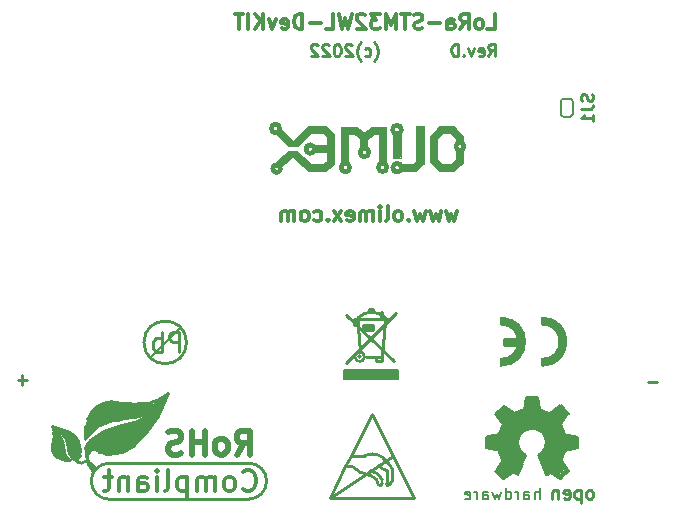
<source format=gbr>
G04 #@! TF.GenerationSoftware,KiCad,Pcbnew,5.1.0-rc2-unknown-036be7d~80~ubuntu16.04.1*
G04 #@! TF.CreationDate,2022-05-16T13:48:37+03:00*
G04 #@! TF.ProjectId,LoRa-STM32WL-DevKit_RevD,4c6f5261-2d53-4544-9d33-32574c2d4465,D*
G04 #@! TF.SameCoordinates,Original*
G04 #@! TF.FileFunction,Legend,Bot*
G04 #@! TF.FilePolarity,Positive*
%FSLAX46Y46*%
G04 Gerber Fmt 4.6, Leading zero omitted, Abs format (unit mm)*
G04 Created by KiCad (PCBNEW 5.1.0-rc2-unknown-036be7d~80~ubuntu16.04.1) date 2022-05-16 13:48:37*
%MOMM*%
%LPD*%
G04 APERTURE LIST*
%ADD10C,0.304800*%
%ADD11C,0.254000*%
%ADD12C,0.508000*%
%ADD13C,0.200000*%
%ADD14C,0.400000*%
%ADD15C,0.700000*%
%ADD16C,0.500000*%
%ADD17C,0.100000*%
%ADD18C,0.150000*%
%ADD19C,0.127000*%
%ADD20C,0.420000*%
%ADD21C,0.370000*%
%ADD22C,0.380000*%
%ADD23C,1.000000*%
%ADD24C,0.300000*%
%ADD25C,0.152400*%
%ADD26C,0.350000*%
%ADD27C,0.180000*%
G04 APERTURE END LIST*
D10*
X93732047Y-111487857D02*
X93490142Y-112334523D01*
X93248238Y-111729761D01*
X93006333Y-112334523D01*
X92764428Y-111487857D01*
X92401571Y-111487857D02*
X92159666Y-112334523D01*
X91917761Y-111729761D01*
X91675857Y-112334523D01*
X91433952Y-111487857D01*
X91071095Y-111487857D02*
X90829190Y-112334523D01*
X90587285Y-111729761D01*
X90345380Y-112334523D01*
X90103476Y-111487857D01*
X89619666Y-112213571D02*
X89559190Y-112274047D01*
X89619666Y-112334523D01*
X89680142Y-112274047D01*
X89619666Y-112213571D01*
X89619666Y-112334523D01*
X88833476Y-112334523D02*
X88954428Y-112274047D01*
X89014904Y-112213571D01*
X89075380Y-112092619D01*
X89075380Y-111729761D01*
X89014904Y-111608809D01*
X88954428Y-111548333D01*
X88833476Y-111487857D01*
X88652047Y-111487857D01*
X88531095Y-111548333D01*
X88470619Y-111608809D01*
X88410142Y-111729761D01*
X88410142Y-112092619D01*
X88470619Y-112213571D01*
X88531095Y-112274047D01*
X88652047Y-112334523D01*
X88833476Y-112334523D01*
X87684428Y-112334523D02*
X87805380Y-112274047D01*
X87865857Y-112153095D01*
X87865857Y-111064523D01*
X87200619Y-112334523D02*
X87200619Y-111487857D01*
X87200619Y-111064523D02*
X87261095Y-111125000D01*
X87200619Y-111185476D01*
X87140142Y-111125000D01*
X87200619Y-111064523D01*
X87200619Y-111185476D01*
X86595857Y-112334523D02*
X86595857Y-111487857D01*
X86595857Y-111608809D02*
X86535380Y-111548333D01*
X86414428Y-111487857D01*
X86233000Y-111487857D01*
X86112047Y-111548333D01*
X86051571Y-111669285D01*
X86051571Y-112334523D01*
X86051571Y-111669285D02*
X85991095Y-111548333D01*
X85870142Y-111487857D01*
X85688714Y-111487857D01*
X85567761Y-111548333D01*
X85507285Y-111669285D01*
X85507285Y-112334523D01*
X84418714Y-112274047D02*
X84539666Y-112334523D01*
X84781571Y-112334523D01*
X84902523Y-112274047D01*
X84963000Y-112153095D01*
X84963000Y-111669285D01*
X84902523Y-111548333D01*
X84781571Y-111487857D01*
X84539666Y-111487857D01*
X84418714Y-111548333D01*
X84358238Y-111669285D01*
X84358238Y-111790238D01*
X84963000Y-111911190D01*
X83934904Y-112334523D02*
X83269666Y-111487857D01*
X83934904Y-111487857D02*
X83269666Y-112334523D01*
X82785857Y-112213571D02*
X82725380Y-112274047D01*
X82785857Y-112334523D01*
X82846333Y-112274047D01*
X82785857Y-112213571D01*
X82785857Y-112334523D01*
X81636809Y-112274047D02*
X81757761Y-112334523D01*
X81999666Y-112334523D01*
X82120619Y-112274047D01*
X82181095Y-112213571D01*
X82241571Y-112092619D01*
X82241571Y-111729761D01*
X82181095Y-111608809D01*
X82120619Y-111548333D01*
X81999666Y-111487857D01*
X81757761Y-111487857D01*
X81636809Y-111548333D01*
X80911095Y-112334523D02*
X81032047Y-112274047D01*
X81092523Y-112213571D01*
X81153000Y-112092619D01*
X81153000Y-111729761D01*
X81092523Y-111608809D01*
X81032047Y-111548333D01*
X80911095Y-111487857D01*
X80729666Y-111487857D01*
X80608714Y-111548333D01*
X80548238Y-111608809D01*
X80487761Y-111729761D01*
X80487761Y-112092619D01*
X80548238Y-112213571D01*
X80608714Y-112274047D01*
X80729666Y-112334523D01*
X80911095Y-112334523D01*
X79943476Y-112334523D02*
X79943476Y-111487857D01*
X79943476Y-111608809D02*
X79883000Y-111548333D01*
X79762047Y-111487857D01*
X79580619Y-111487857D01*
X79459666Y-111548333D01*
X79399190Y-111669285D01*
X79399190Y-112334523D01*
X79399190Y-111669285D02*
X79338714Y-111548333D01*
X79217761Y-111487857D01*
X79036333Y-111487857D01*
X78915380Y-111548333D01*
X78854904Y-111669285D01*
X78854904Y-112334523D01*
D11*
X57283047Y-125802571D02*
X56508952Y-125802571D01*
X56896000Y-126189619D02*
X56896000Y-125415523D01*
X110623047Y-125929571D02*
X109848952Y-125929571D01*
X96380904Y-98376619D02*
X96719571Y-97892809D01*
X96961476Y-98376619D02*
X96961476Y-97360619D01*
X96574428Y-97360619D01*
X96477666Y-97409000D01*
X96429285Y-97457380D01*
X96380904Y-97554142D01*
X96380904Y-97699285D01*
X96429285Y-97796047D01*
X96477666Y-97844428D01*
X96574428Y-97892809D01*
X96961476Y-97892809D01*
X95558428Y-98328238D02*
X95655190Y-98376619D01*
X95848714Y-98376619D01*
X95945476Y-98328238D01*
X95993857Y-98231476D01*
X95993857Y-97844428D01*
X95945476Y-97747666D01*
X95848714Y-97699285D01*
X95655190Y-97699285D01*
X95558428Y-97747666D01*
X95510047Y-97844428D01*
X95510047Y-97941190D01*
X95993857Y-98037952D01*
X95171380Y-97699285D02*
X94929476Y-98376619D01*
X94687571Y-97699285D01*
X94300523Y-98279857D02*
X94252142Y-98328238D01*
X94300523Y-98376619D01*
X94348904Y-98328238D01*
X94300523Y-98279857D01*
X94300523Y-98376619D01*
X93816714Y-98376619D02*
X93816714Y-97360619D01*
X93574809Y-97360619D01*
X93429666Y-97409000D01*
X93332904Y-97505761D01*
X93284523Y-97602523D01*
X93236142Y-97796047D01*
X93236142Y-97941190D01*
X93284523Y-98134714D01*
X93332904Y-98231476D01*
X93429666Y-98328238D01*
X93574809Y-98376619D01*
X93816714Y-98376619D01*
X86716809Y-98763666D02*
X86765190Y-98715285D01*
X86861952Y-98570142D01*
X86910333Y-98473380D01*
X86958714Y-98328238D01*
X87007095Y-98086333D01*
X87007095Y-97892809D01*
X86958714Y-97650904D01*
X86910333Y-97505761D01*
X86861952Y-97409000D01*
X86765190Y-97263857D01*
X86716809Y-97215476D01*
X85894333Y-98328238D02*
X85991095Y-98376619D01*
X86184619Y-98376619D01*
X86281380Y-98328238D01*
X86329761Y-98279857D01*
X86378142Y-98183095D01*
X86378142Y-97892809D01*
X86329761Y-97796047D01*
X86281380Y-97747666D01*
X86184619Y-97699285D01*
X85991095Y-97699285D01*
X85894333Y-97747666D01*
X85555666Y-98763666D02*
X85507285Y-98715285D01*
X85410523Y-98570142D01*
X85362142Y-98473380D01*
X85313761Y-98328238D01*
X85265380Y-98086333D01*
X85265380Y-97892809D01*
X85313761Y-97650904D01*
X85362142Y-97505761D01*
X85410523Y-97409000D01*
X85507285Y-97263857D01*
X85555666Y-97215476D01*
X84829952Y-97457380D02*
X84781571Y-97409000D01*
X84684809Y-97360619D01*
X84442904Y-97360619D01*
X84346142Y-97409000D01*
X84297761Y-97457380D01*
X84249380Y-97554142D01*
X84249380Y-97650904D01*
X84297761Y-97796047D01*
X84878333Y-98376619D01*
X84249380Y-98376619D01*
X83620428Y-97360619D02*
X83523666Y-97360619D01*
X83426904Y-97409000D01*
X83378523Y-97457380D01*
X83330142Y-97554142D01*
X83281761Y-97747666D01*
X83281761Y-97989571D01*
X83330142Y-98183095D01*
X83378523Y-98279857D01*
X83426904Y-98328238D01*
X83523666Y-98376619D01*
X83620428Y-98376619D01*
X83717190Y-98328238D01*
X83765571Y-98279857D01*
X83813952Y-98183095D01*
X83862333Y-97989571D01*
X83862333Y-97747666D01*
X83813952Y-97554142D01*
X83765571Y-97457380D01*
X83717190Y-97409000D01*
X83620428Y-97360619D01*
X82894714Y-97457380D02*
X82846333Y-97409000D01*
X82749571Y-97360619D01*
X82507666Y-97360619D01*
X82410904Y-97409000D01*
X82362523Y-97457380D01*
X82314142Y-97554142D01*
X82314142Y-97650904D01*
X82362523Y-97796047D01*
X82943095Y-98376619D01*
X82314142Y-98376619D01*
X81927095Y-97457380D02*
X81878714Y-97409000D01*
X81781952Y-97360619D01*
X81540047Y-97360619D01*
X81443285Y-97409000D01*
X81394904Y-97457380D01*
X81346523Y-97554142D01*
X81346523Y-97650904D01*
X81394904Y-97796047D01*
X81975476Y-98376619D01*
X81346523Y-98376619D01*
D10*
X96290190Y-96078523D02*
X96894952Y-96078523D01*
X96894952Y-94808523D01*
X95685428Y-96078523D02*
X95806380Y-96018047D01*
X95866857Y-95957571D01*
X95927333Y-95836619D01*
X95927333Y-95473761D01*
X95866857Y-95352809D01*
X95806380Y-95292333D01*
X95685428Y-95231857D01*
X95504000Y-95231857D01*
X95383047Y-95292333D01*
X95322571Y-95352809D01*
X95262095Y-95473761D01*
X95262095Y-95836619D01*
X95322571Y-95957571D01*
X95383047Y-96018047D01*
X95504000Y-96078523D01*
X95685428Y-96078523D01*
X93992095Y-96078523D02*
X94415428Y-95473761D01*
X94717809Y-96078523D02*
X94717809Y-94808523D01*
X94234000Y-94808523D01*
X94113047Y-94869000D01*
X94052571Y-94929476D01*
X93992095Y-95050428D01*
X93992095Y-95231857D01*
X94052571Y-95352809D01*
X94113047Y-95413285D01*
X94234000Y-95473761D01*
X94717809Y-95473761D01*
X92903523Y-96078523D02*
X92903523Y-95413285D01*
X92964000Y-95292333D01*
X93084952Y-95231857D01*
X93326857Y-95231857D01*
X93447809Y-95292333D01*
X92903523Y-96018047D02*
X93024476Y-96078523D01*
X93326857Y-96078523D01*
X93447809Y-96018047D01*
X93508285Y-95897095D01*
X93508285Y-95776142D01*
X93447809Y-95655190D01*
X93326857Y-95594714D01*
X93024476Y-95594714D01*
X92903523Y-95534238D01*
X92298761Y-95594714D02*
X91331142Y-95594714D01*
X90786857Y-96018047D02*
X90605428Y-96078523D01*
X90303047Y-96078523D01*
X90182095Y-96018047D01*
X90121619Y-95957571D01*
X90061142Y-95836619D01*
X90061142Y-95715666D01*
X90121619Y-95594714D01*
X90182095Y-95534238D01*
X90303047Y-95473761D01*
X90544952Y-95413285D01*
X90665904Y-95352809D01*
X90726380Y-95292333D01*
X90786857Y-95171380D01*
X90786857Y-95050428D01*
X90726380Y-94929476D01*
X90665904Y-94869000D01*
X90544952Y-94808523D01*
X90242571Y-94808523D01*
X90061142Y-94869000D01*
X89698285Y-94808523D02*
X88972571Y-94808523D01*
X89335428Y-96078523D02*
X89335428Y-94808523D01*
X88549238Y-96078523D02*
X88549238Y-94808523D01*
X88125904Y-95715666D01*
X87702571Y-94808523D01*
X87702571Y-96078523D01*
X87218761Y-94808523D02*
X86432571Y-94808523D01*
X86855904Y-95292333D01*
X86674476Y-95292333D01*
X86553523Y-95352809D01*
X86493047Y-95413285D01*
X86432571Y-95534238D01*
X86432571Y-95836619D01*
X86493047Y-95957571D01*
X86553523Y-96018047D01*
X86674476Y-96078523D01*
X87037333Y-96078523D01*
X87158285Y-96018047D01*
X87218761Y-95957571D01*
X85948761Y-94929476D02*
X85888285Y-94869000D01*
X85767333Y-94808523D01*
X85464952Y-94808523D01*
X85344000Y-94869000D01*
X85283523Y-94929476D01*
X85223047Y-95050428D01*
X85223047Y-95171380D01*
X85283523Y-95352809D01*
X86009238Y-96078523D01*
X85223047Y-96078523D01*
X84799714Y-94808523D02*
X84497333Y-96078523D01*
X84255428Y-95171380D01*
X84013523Y-96078523D01*
X83711142Y-94808523D01*
X82622571Y-96078523D02*
X83227333Y-96078523D01*
X83227333Y-94808523D01*
X82199238Y-95594714D02*
X81231619Y-95594714D01*
X80626857Y-96078523D02*
X80626857Y-94808523D01*
X80324476Y-94808523D01*
X80143047Y-94869000D01*
X80022095Y-94989952D01*
X79961619Y-95110904D01*
X79901142Y-95352809D01*
X79901142Y-95534238D01*
X79961619Y-95776142D01*
X80022095Y-95897095D01*
X80143047Y-96018047D01*
X80324476Y-96078523D01*
X80626857Y-96078523D01*
X78873047Y-96018047D02*
X78994000Y-96078523D01*
X79235904Y-96078523D01*
X79356857Y-96018047D01*
X79417333Y-95897095D01*
X79417333Y-95413285D01*
X79356857Y-95292333D01*
X79235904Y-95231857D01*
X78994000Y-95231857D01*
X78873047Y-95292333D01*
X78812571Y-95413285D01*
X78812571Y-95534238D01*
X79417333Y-95655190D01*
X78389238Y-95231857D02*
X78086857Y-96078523D01*
X77784476Y-95231857D01*
X77300666Y-96078523D02*
X77300666Y-94808523D01*
X76574952Y-96078523D02*
X77119238Y-95352809D01*
X76574952Y-94808523D02*
X77300666Y-95534238D01*
X76030666Y-96078523D02*
X76030666Y-94808523D01*
X75607333Y-94808523D02*
X74881619Y-94808523D01*
X75244476Y-96078523D02*
X75244476Y-94808523D01*
D11*
X61721556Y-131850371D02*
G75*
G02X61468000Y-132461000I-865696J1511D01*
G01*
X60275020Y-130355180D02*
G75*
G02X60782200Y-131386580I-991420J-1127920D01*
G01*
X61192340Y-132491046D02*
G75*
G02X60782200Y-131394200I1118940J1043506D01*
G01*
X61469788Y-132589791D02*
G75*
G02X61165740Y-132463540I752J431051D01*
G01*
X60903340Y-132583613D02*
G75*
G02X60401200Y-131787900I709440J1003993D01*
G01*
X60021795Y-130449066D02*
G75*
G02X60375800Y-131439920I-1408755J-1061974D01*
G01*
X60554927Y-132589303D02*
G75*
G02X60355480Y-132565140I-1327J824263D01*
G01*
X60353497Y-132564453D02*
G75*
G02X59773820Y-132290820I205183J1185493D01*
G01*
X59749946Y-132268974D02*
G75*
G02X59436000Y-131511040I757934J757934D01*
G01*
X59436283Y-131511487D02*
G75*
G02X59507120Y-131142740I992857J447D01*
G01*
X59571148Y-130208136D02*
G75*
G02X59507120Y-131142740I-1478808J-368184D01*
G01*
X60873000Y-130229511D02*
G75*
G02X61595000Y-130873500I-601340J-1400909D01*
G01*
X61648794Y-130969321D02*
G75*
G02X61849000Y-131724400I-1323794J-755079D01*
G01*
X61850874Y-131724901D02*
G75*
G02X61765180Y-132168900I-1195674J501D01*
G01*
X61894720Y-132843612D02*
G75*
G02X61602620Y-132722620I0J413092D01*
G01*
X62252134Y-132693954D02*
G75*
G02X61894720Y-132842000I-357414J357414D01*
G01*
X62625258Y-132859710D02*
G75*
G02X62357000Y-132207000I653762J650170D01*
G01*
X62862978Y-133477280D02*
G75*
G02X62357000Y-132252720I1228842J1224560D01*
G01*
X66427379Y-128938186D02*
G75*
G02X65084960Y-129153920I-1812319J6992786D01*
G01*
X63303130Y-129727934D02*
G75*
G02X64566800Y-129227580I2134890J-3545866D01*
G01*
X62236641Y-130805765D02*
G75*
G02X63291720Y-129735580I3831299J-2722035D01*
G01*
X62356155Y-132080069D02*
G75*
G02X62476380Y-131142740I762845J378529D01*
G01*
X62647473Y-130954156D02*
G75*
G02X65201800Y-129684780I3654147J-4148444D01*
G01*
X67538541Y-128873778D02*
G75*
G02X65511680Y-129623820I-2631381J3997218D01*
G01*
X62804549Y-133165559D02*
G75*
G02X62357000Y-132080000I1086611J1083019D01*
G01*
X62230760Y-130428243D02*
G75*
G02X62290960Y-129750820I3049780J70363D01*
G01*
X62437736Y-129147585D02*
G75*
G02X64488060Y-127635000I2144304J-760715D01*
G01*
X68351952Y-127490522D02*
G75*
G02X66636900Y-127830580I-1268012J1900222D01*
G01*
X66325933Y-131414013D02*
G75*
G02X64460120Y-132080000I-1738813J1924813D01*
G01*
X68346464Y-128994447D02*
G75*
G02X66365120Y-131376420I-8344044J4925607D01*
G01*
X62633860Y-131803140D02*
G75*
G02X63352680Y-131805680I358140J-360680D01*
G01*
X63944500Y-132082066D02*
G75*
G02X63406020Y-131859020I0J761526D01*
G01*
X64262000Y-135890000D02*
G75*
G02X62738000Y-134366000I0J1524000D01*
G01*
X77597000Y-134366000D02*
G75*
G02X76073000Y-135890000I-1524000J0D01*
G01*
X76073000Y-132842000D02*
G75*
G02X77597000Y-134366000I0J-1524000D01*
G01*
X62738000Y-134366000D02*
G75*
G02X64262000Y-132842000I1524000J0D01*
G01*
X60706000Y-132461000D02*
X60198000Y-132461000D01*
X60579000Y-132334000D02*
X59944000Y-132334000D01*
X60452000Y-132207000D02*
X59817000Y-132207000D01*
X60452000Y-132080000D02*
X59690000Y-132080000D01*
X60401200Y-131953000D02*
X59563000Y-131953000D01*
X60325000Y-131826000D02*
X59563000Y-131826000D01*
X60325000Y-131699000D02*
X59563000Y-131699000D01*
X60325000Y-131572000D02*
X59563000Y-131572000D01*
X60325000Y-131445000D02*
X59563000Y-131445000D01*
X60325000Y-131318000D02*
X59563000Y-131318000D01*
X60325000Y-131191000D02*
X59563000Y-131191000D01*
X60325000Y-131064000D02*
X59690000Y-131064000D01*
X60198000Y-130937000D02*
X59690000Y-130937000D01*
X60198000Y-130810000D02*
X59690000Y-130810000D01*
X59817000Y-130302000D02*
X59817000Y-130810000D01*
X59944000Y-130302000D02*
X59944000Y-130810000D01*
X60071000Y-129921000D02*
X59563000Y-129921000D01*
X60198000Y-130048000D02*
X59563000Y-130048000D01*
X60452000Y-130175000D02*
X59690000Y-130175000D01*
X59944000Y-130302000D02*
X60833000Y-130302000D01*
X59817000Y-130302000D02*
X59944000Y-130302000D01*
X59690000Y-130302000D02*
X59817000Y-130302000D01*
X60452000Y-130429000D02*
X60960000Y-130429000D01*
X60579000Y-130556000D02*
X61214000Y-130556000D01*
X60579000Y-130683000D02*
X61341000Y-130683000D01*
X60706000Y-130810000D02*
X61468000Y-130810000D01*
X60706000Y-130937000D02*
X61595000Y-130937000D01*
X60833000Y-131064000D02*
X61595000Y-131064000D01*
X60833000Y-131191000D02*
X61595000Y-131191000D01*
X60833000Y-131318000D02*
X61722000Y-131318000D01*
X60833000Y-131445000D02*
X61722000Y-131445000D01*
X61595000Y-132207000D02*
X61087000Y-132207000D01*
X61595000Y-132080000D02*
X60960000Y-132080000D01*
X61722000Y-131953000D02*
X60960000Y-131953000D01*
X61722000Y-131826000D02*
X60960000Y-131826000D01*
X61595000Y-131699000D02*
X60960000Y-131699000D01*
X61087000Y-131572000D02*
X61087000Y-132080000D01*
X60833000Y-131572000D02*
X61341000Y-132461000D01*
X61087000Y-131572000D02*
X60833000Y-131572000D01*
X61468000Y-131572000D02*
X61087000Y-131572000D01*
X61595000Y-132207000D02*
X61595000Y-132334000D01*
X61595000Y-132080000D02*
X61595000Y-132207000D01*
X61595000Y-131699000D02*
X61595000Y-132080000D01*
X61595000Y-131572000D02*
X61595000Y-131699000D01*
X61468000Y-131572000D02*
X61468000Y-132207000D01*
X61595000Y-131572000D02*
X61468000Y-131572000D01*
X61722000Y-131572000D02*
X61595000Y-131572000D01*
X61722000Y-131826000D02*
X61722000Y-131572000D01*
X61722000Y-131848860D02*
X61722000Y-131826000D01*
X60782200Y-131394200D02*
X60782200Y-131386580D01*
X61165740Y-132463540D02*
X61193680Y-132491480D01*
D12*
X64516000Y-131064000D02*
X65786000Y-130810000D01*
X64135000Y-131191000D02*
X64516000Y-131064000D01*
X64008000Y-131064000D02*
X64135000Y-131191000D01*
X64008000Y-130937000D02*
X64008000Y-131064000D01*
X64516000Y-130683000D02*
X64008000Y-130937000D01*
X64770000Y-130683000D02*
X64516000Y-130683000D01*
X65786000Y-130429000D02*
X64770000Y-130683000D01*
X66294000Y-130429000D02*
X65786000Y-130429000D01*
X66421000Y-130556000D02*
X66294000Y-130429000D01*
X66294000Y-130683000D02*
X66421000Y-130556000D01*
X65659000Y-131191000D02*
X66294000Y-130683000D01*
X65151000Y-131318000D02*
X65659000Y-131191000D01*
X64770000Y-131445000D02*
X65151000Y-131318000D01*
X64135000Y-131445000D02*
X64770000Y-131445000D01*
X63754000Y-131318000D02*
X64135000Y-131445000D01*
X63500000Y-131318000D02*
X63754000Y-131318000D01*
X63373000Y-131064000D02*
X63500000Y-131318000D01*
X63500000Y-130937000D02*
X63373000Y-131064000D01*
X64135000Y-130429000D02*
X63500000Y-130937000D01*
X65151000Y-130175000D02*
X64135000Y-130429000D01*
X66294000Y-130048000D02*
X65151000Y-130175000D01*
X66421000Y-130048000D02*
X66294000Y-130048000D01*
X66548000Y-130175000D02*
X66421000Y-130048000D01*
X67310000Y-129540000D02*
X66548000Y-130175000D01*
X66675000Y-129540000D02*
X67437000Y-129159000D01*
X65938400Y-129794000D02*
X66675000Y-129540000D01*
X65328800Y-129794000D02*
X65938400Y-129794000D01*
X63931800Y-130276600D02*
X65328800Y-129794000D01*
X63246000Y-130683000D02*
X63931800Y-130276600D01*
X62738000Y-131191000D02*
X63246000Y-130683000D01*
X62484000Y-131699000D02*
X62738000Y-131191000D01*
X62738000Y-131445000D02*
X62484000Y-131699000D01*
X63119000Y-131318000D02*
X62738000Y-131445000D01*
X63881000Y-131826000D02*
X63119000Y-131318000D01*
X64770000Y-131826000D02*
X63881000Y-131826000D01*
X65659000Y-131572000D02*
X64770000Y-131826000D01*
X66167000Y-131191000D02*
X65659000Y-131572000D01*
X67056000Y-130302000D02*
X66167000Y-131191000D01*
X67310000Y-129921000D02*
X67056000Y-130302000D01*
X67691000Y-129413000D02*
X67310000Y-129921000D01*
X67820540Y-128905000D02*
X68199000Y-128018540D01*
X67820540Y-129286000D02*
X67820540Y-128905000D01*
X68199000Y-128778000D02*
X67820540Y-129286000D01*
X68326000Y-128270000D02*
X68199000Y-128778000D01*
X68834000Y-127381000D02*
X68326000Y-128270000D01*
X63246000Y-128905000D02*
X64897000Y-128905000D01*
X63373000Y-128524000D02*
X68326000Y-128447800D01*
X63373000Y-128778000D02*
X63373000Y-128524000D01*
X63373000Y-128270000D02*
X63373000Y-128524000D01*
X67945000Y-128270000D02*
X63373000Y-128270000D01*
X67437000Y-128397000D02*
X67945000Y-128270000D01*
X66167000Y-128778000D02*
X67437000Y-128397000D01*
X65024000Y-128905000D02*
X66167000Y-128778000D01*
X64897000Y-128905000D02*
X65024000Y-128905000D01*
X64389000Y-128905000D02*
X64897000Y-128905000D01*
X63754000Y-129286000D02*
X64389000Y-128905000D01*
X63373000Y-128778000D02*
X62992000Y-129286000D01*
X63627000Y-129286000D02*
X63373000Y-128778000D01*
X62992000Y-129667000D02*
X63627000Y-129286000D01*
X62484000Y-130302000D02*
X62992000Y-129667000D01*
X62611000Y-129286000D02*
X62484000Y-130302000D01*
X62865000Y-128778000D02*
X62611000Y-129286000D01*
X63373000Y-128270000D02*
X62865000Y-128778000D01*
X64008000Y-127889000D02*
X63373000Y-128270000D01*
X65659000Y-127889000D02*
X64008000Y-127889000D01*
X66675000Y-128018540D02*
X65659000Y-127889000D01*
X67820540Y-128018540D02*
X66675000Y-128018540D01*
D11*
X68834000Y-127381000D02*
X67820540Y-128018540D01*
X60375800Y-131396740D02*
X60401200Y-131787900D01*
X61455300Y-132588000D02*
X61468000Y-132588000D01*
X60553600Y-132588000D02*
X60909200Y-132588000D01*
X59750960Y-132267960D02*
X59773820Y-132290820D01*
X59436000Y-129667000D02*
X59570620Y-130205480D01*
X60452000Y-130048000D02*
X59436000Y-129667000D01*
X60873640Y-130228340D02*
X60452000Y-130048000D01*
X61648340Y-130967480D02*
X61595000Y-130873500D01*
X61468000Y-132588000D02*
X61765180Y-132168900D01*
X61602620Y-132722620D02*
X61468000Y-132588000D01*
X62357000Y-132588000D02*
X62252860Y-132694680D01*
X63119000Y-133350000D02*
X62628780Y-132859780D01*
X62357000Y-132252720D02*
X62357000Y-132207000D01*
X62992000Y-133477000D02*
X62484000Y-132715000D01*
X66433700Y-128938020D02*
X67820540Y-128524000D01*
X64566800Y-129227580D02*
X65084960Y-129153920D01*
X63291720Y-129735580D02*
X63299340Y-129730500D01*
X62232540Y-130810000D02*
X62235080Y-130807460D01*
X62646560Y-130954780D02*
X62476380Y-131142740D01*
X65511680Y-129623820D02*
X65201800Y-129684780D01*
X67820540Y-128524000D02*
X67538600Y-128871980D01*
X62992000Y-133350000D02*
X62806580Y-133164580D01*
X62334140Y-132034280D02*
X62357000Y-132080000D01*
X62232540Y-130429000D02*
X62232540Y-130810000D01*
X62438280Y-129151380D02*
X62290960Y-129750820D01*
X66636900Y-127830580D02*
X64488060Y-127635000D01*
X69215000Y-126873000D02*
X68353940Y-127492760D01*
X64460120Y-132080000D02*
X63944500Y-132080000D01*
X66365120Y-131376420D02*
X66329560Y-131411980D01*
X69215000Y-126873000D02*
X68348860Y-128988820D01*
X62633860Y-131805680D02*
X62357000Y-132080000D01*
X63406020Y-131859020D02*
X63352680Y-131805680D01*
X76073000Y-135890000D02*
X64262000Y-135890000D01*
X64262000Y-132842000D02*
X76073000Y-132842000D01*
X87884000Y-134493000D02*
G75*
G02X88011000Y-134620000I0J-127000D01*
G01*
X87757000Y-134556500D02*
G75*
G02X87820500Y-134493000I63500J0D01*
G01*
X87818071Y-134749545D02*
G75*
G02X87757000Y-134683500I2429J63505D01*
G01*
X88201500Y-134366000D02*
G75*
G02X87820500Y-134747000I-381000J0D01*
G01*
X88012048Y-132970575D02*
G75*
G02X88201500Y-133286500I-168688J-315925D01*
G01*
X88009549Y-132969142D02*
G75*
G02X87693500Y-132651500I478971J792622D01*
G01*
X87818935Y-133478845D02*
G75*
G02X87122000Y-133032500I153965J1007685D01*
G01*
X87375068Y-134239674D02*
G75*
G02X87376000Y-134556500I-316568J-159346D01*
G01*
X87375967Y-134556600D02*
G75*
G02X87249000Y-134683500I-190467J63600D01*
G01*
X86047275Y-133795493D02*
G75*
G02X86487000Y-133921500I-825195J-3709947D01*
G01*
X86486915Y-133922965D02*
G75*
G02X87058500Y-134683500I-284395J-808795D01*
G01*
X86424708Y-133478166D02*
G75*
G02X87376000Y-134239000I-285688J-1332334D01*
G01*
X85912461Y-133732576D02*
G75*
G02X85090000Y-133286500I147819J1253796D01*
G01*
X84581301Y-133096474D02*
G75*
G02X85090000Y-133286500I64199J-604046D01*
G01*
X86105915Y-132145114D02*
G75*
G02X85890100Y-132207000I-182795J230214D01*
G01*
X86106721Y-132143678D02*
G75*
G02X87693500Y-132651500I466639J-1274902D01*
G01*
X87820500Y-134493000D02*
X87884000Y-134493000D01*
X87820500Y-134493000D02*
X87820500Y-133477000D01*
X87757000Y-134683500D02*
X87757000Y-134556500D01*
X88201500Y-133286500D02*
X88201500Y-134366000D01*
X87249000Y-134683500D02*
X87096600Y-134683500D01*
X84264500Y-133096000D02*
X84582000Y-133096000D01*
X85890100Y-132207000D02*
X84709000Y-132207000D01*
X88265000Y-132270500D02*
X82931000Y-135763000D01*
X84709000Y-132207000D02*
X86487000Y-128651000D01*
X84264500Y-133096000D02*
X84709000Y-132207000D01*
X82931000Y-135763000D02*
X84264500Y-133096000D01*
X90043000Y-135763000D02*
X82931000Y-135763000D01*
X86487000Y-128651000D02*
X90043000Y-135763000D01*
X70814037Y-122615960D02*
G75*
G03X70814037Y-122615960I-1802237J0D01*
G01*
D13*
X67851020Y-123779280D02*
X70284340Y-121358660D01*
D14*
X94304747Y-106045000D02*
G75*
G03X94304747Y-106045000I-337447J0D01*
G01*
D15*
X93980000Y-105270300D02*
X93472000Y-104762300D01*
X92379800Y-104686100D02*
X91744800Y-105295700D01*
X91770200Y-107251500D02*
X92329000Y-107835700D01*
X90144600Y-107848400D02*
X90601800Y-107391200D01*
X89158800Y-107848400D02*
X90144600Y-107848400D01*
D14*
X89012324Y-107823000D02*
G75*
G03X89012324Y-107823000I-366324J0D01*
G01*
D15*
X88646000Y-105130600D02*
X88646000Y-106730800D01*
D14*
X89006818Y-104597200D02*
G75*
G03X89006818Y-104597200I-373518J0D01*
G01*
X87773759Y-107797600D02*
G75*
G03X87773759Y-107797600I-359659J0D01*
G01*
D15*
X87426800Y-107289600D02*
X87426800Y-104698800D01*
X87426800Y-104698800D02*
X86588600Y-104698800D01*
X86588600Y-104698800D02*
X85979000Y-105206800D01*
X85877400Y-105994200D02*
X85877400Y-105283000D01*
X85801200Y-105206800D02*
X85166200Y-104698800D01*
D14*
X86248318Y-106527600D02*
G75*
G03X86248318Y-106527600I-370918J0D01*
G01*
D15*
X85166200Y-104698800D02*
X84277200Y-104698800D01*
D14*
X84627729Y-107810300D02*
G75*
G03X84627729Y-107810300I-363229J0D01*
G01*
X78764666Y-107899200D02*
G75*
G03X78764666Y-107899200I-329466J0D01*
G01*
D15*
X78765400Y-107543600D02*
X79603600Y-106730800D01*
D16*
X80111600Y-106629200D02*
X79578200Y-106629200D01*
D15*
X81254600Y-107848400D02*
X80111600Y-106730800D01*
X82575400Y-107848400D02*
X81254600Y-107848400D01*
X83007200Y-107416600D02*
X82575400Y-107848400D01*
X83007200Y-105181400D02*
X83007200Y-107416600D01*
X83007200Y-105156000D02*
X82524600Y-104648000D01*
X82476500Y-104673400D02*
X81254600Y-104673400D01*
X81254600Y-104673400D02*
X80162400Y-105740200D01*
D16*
X80137000Y-105854500D02*
X79578200Y-105854500D01*
D15*
X78714600Y-104863900D02*
X79578200Y-105757600D01*
D14*
X78705735Y-104508300D02*
G75*
G03X78705735Y-104508300I-359435J0D01*
G01*
D15*
X81788000Y-106248200D02*
X83007200Y-106248200D01*
D14*
X81639659Y-106248200D02*
G75*
G03X81639659Y-106248200I-359659J0D01*
G01*
D15*
X93408500Y-107861100D02*
X92367100Y-107861100D01*
X93967300Y-107302300D02*
X93967300Y-106540300D01*
X93980000Y-107289600D02*
X93395800Y-107861100D01*
X93980000Y-105321100D02*
X93980000Y-105562400D01*
X91757500Y-105283000D02*
X91757500Y-107213400D01*
X92379800Y-104673400D02*
X93383100Y-104673400D01*
X84264500Y-104686100D02*
X84264500Y-107289600D01*
X90601800Y-107403900D02*
X90601800Y-104673400D01*
D17*
X90601800Y-104330500D02*
X90881200Y-104330500D01*
X90906600Y-104330500D02*
X90906600Y-107480100D01*
X90893900Y-104330500D02*
X90906600Y-104330500D01*
X90881200Y-104330500D02*
X90893900Y-104330500D01*
X90766900Y-104419400D02*
X90830400Y-104406700D01*
X90284300Y-104330500D02*
X90284300Y-107365800D01*
X90589100Y-104330500D02*
X90284300Y-104330500D01*
X90462100Y-104406700D02*
X90347800Y-104406700D01*
X88963500Y-105016300D02*
X88963500Y-107035600D01*
X88328500Y-107035600D02*
X88328500Y-105016300D01*
X88353900Y-107035600D02*
X88328500Y-107035600D01*
X88963500Y-107035600D02*
X88353900Y-107035600D01*
X88823800Y-106972100D02*
X88887300Y-106972100D01*
X88480900Y-106972100D02*
X88392000Y-106972100D01*
X87744300Y-107378500D02*
X87744300Y-104394000D01*
X86499700Y-104381300D02*
X85915500Y-104863900D01*
X87744300Y-104381300D02*
X86499700Y-104381300D01*
X87591900Y-104444800D02*
X87668100Y-104444800D01*
X83934300Y-107403900D02*
X83934300Y-104394000D01*
X85255100Y-104381300D02*
X85877400Y-104876600D01*
X85229700Y-104381300D02*
X85255100Y-104381300D01*
X83934300Y-104381300D02*
X85229700Y-104381300D01*
X83934300Y-104394000D02*
X83934300Y-104381300D01*
X84086700Y-104457500D02*
X83985100Y-104457500D01*
X81140300Y-104343200D02*
X79883000Y-105587800D01*
X81191100Y-104343200D02*
X81140300Y-104343200D01*
X82562700Y-104343200D02*
X81191100Y-104343200D01*
D18*
X84153000Y-124918000D02*
X84153000Y-125680000D01*
X88725000Y-124918000D02*
X84153000Y-124918000D01*
X88725000Y-125680000D02*
X88725000Y-124918000D01*
X84153000Y-125680000D02*
X88725000Y-125680000D01*
X84203800Y-124968800D02*
X88623400Y-124968800D01*
X88674200Y-125070400D02*
X84203800Y-125070400D01*
X84203800Y-125222800D02*
X88623400Y-125222800D01*
X84203800Y-125375200D02*
X88623400Y-125375200D01*
X88674200Y-125121200D02*
X84254600Y-125121200D01*
X88674200Y-125273600D02*
X84203800Y-125273600D01*
X84254600Y-125476800D02*
X88623400Y-125476800D01*
X88674200Y-125578400D02*
X84254600Y-125578400D01*
D11*
X88519000Y-120142000D02*
X84328000Y-124333000D01*
X88392000Y-124206000D02*
X84328000Y-120269000D01*
X87376000Y-123825000D02*
X85979000Y-123825000D01*
X87376000Y-123825000D02*
X87630000Y-120777000D01*
X87884000Y-120650000D02*
X84963000Y-120650000D01*
X86868000Y-124206000D02*
X86868000Y-123952000D01*
X87376000Y-124206000D02*
X86868000Y-124206000D01*
X87376000Y-123825000D02*
X87376000Y-124206000D01*
X85471000Y-123317000D02*
X85344000Y-121285000D01*
X85872609Y-123825000D02*
G75*
G03X85872609Y-123825000I-401609J0D01*
G01*
X87249000Y-120015000D02*
X87249000Y-120523000D01*
X87376000Y-120015000D02*
X87249000Y-120015000D01*
X87376000Y-120523000D02*
X87376000Y-120015000D01*
X84963000Y-121158000D02*
X84963000Y-120650000D01*
X85344000Y-121158000D02*
X84963000Y-121158000D01*
X85344000Y-120650000D02*
X85344000Y-121158000D01*
X85217000Y-120777000D02*
X85217000Y-120904000D01*
X85217000Y-120650000D02*
X85090000Y-121031000D01*
X85217000Y-120777000D02*
X85217000Y-120904000D01*
X85090000Y-120777000D02*
X85090000Y-121158000D01*
X85217000Y-120777000D02*
X85090000Y-120777000D01*
X85217000Y-121158000D02*
X85217000Y-120777000D01*
X86614000Y-121539000D02*
X86614000Y-121158000D01*
X85725000Y-121539000D02*
X86614000Y-121539000D01*
X85725000Y-121158000D02*
X85725000Y-121539000D01*
X86614000Y-121158000D02*
X85725000Y-121158000D01*
X86487000Y-121285000D02*
X85852000Y-121285000D01*
X86233000Y-119761000D02*
X86614000Y-119761000D01*
X86233000Y-119888000D02*
X86233000Y-119761000D01*
X86614000Y-119888000D02*
X86233000Y-119888000D01*
X86614000Y-119761000D02*
X86614000Y-119888000D01*
X85344000Y-120523000D02*
G75*
G02X87630000Y-120523000I1143000J-1143000D01*
G01*
D19*
X85598000Y-123825000D02*
G75*
G03X85598000Y-123825000I-127000J0D01*
G01*
D20*
X101302820Y-133652260D02*
X100751640Y-132229860D01*
D21*
X101648260Y-133466840D02*
X101330760Y-133672580D01*
D14*
X102438200Y-134015480D02*
X101658420Y-133484620D01*
D22*
X103014780Y-133477000D02*
X102450900Y-134015480D01*
D21*
X102999540Y-133477000D02*
X102466140Y-132643880D01*
X102824280Y-131716780D02*
X102466140Y-132600700D01*
X103802180Y-131475480D02*
X102852220Y-131693920D01*
D22*
X103792020Y-130698240D02*
X103797100Y-131485640D01*
D21*
X103804720Y-130685540D02*
X102786180Y-130505200D01*
X102755700Y-130469640D02*
X102407720Y-129603500D01*
X102984300Y-128701800D02*
X102428040Y-129552700D01*
D22*
X102994460Y-128678940D02*
X102494080Y-128145540D01*
D21*
X102445820Y-128120140D02*
X101617780Y-128772920D01*
X101556820Y-128762760D02*
X100711000Y-128356360D01*
X100451920Y-127322580D02*
X100657660Y-128336040D01*
X100459540Y-127309880D02*
X99674680Y-127309880D01*
X99692460Y-127330200D02*
X99479100Y-128348740D01*
X99479100Y-128348740D02*
X98577400Y-128798320D01*
X98564700Y-128793240D02*
X97660460Y-128158800D01*
X97660460Y-128160780D02*
X97106740Y-128706880D01*
X97106740Y-128709420D02*
X97723960Y-129499360D01*
X97723960Y-129499360D02*
X97383600Y-130436620D01*
X97383600Y-130436620D02*
X96301560Y-130665220D01*
X96301560Y-130665220D02*
X96301560Y-131500880D01*
X96301560Y-131500880D02*
X97315020Y-131671060D01*
X97315020Y-131671060D02*
X97721420Y-132582920D01*
X97670620Y-134030720D02*
X98506280Y-133464300D01*
X98506280Y-133464300D02*
X98844100Y-133649720D01*
X98844100Y-133649720D02*
X99418140Y-132209540D01*
X99407980Y-132207000D02*
G75*
G02X99037140Y-130342640I746760J1117600D01*
G01*
X99026980Y-130357880D02*
G75*
G02X100952300Y-130159760I1061720J-863600D01*
G01*
X100977700Y-130185160D02*
G75*
G02X100901500Y-132039360I-965200J-889000D01*
G01*
X97721420Y-132582920D02*
X97101660Y-133469380D01*
X97655380Y-134023100D02*
X97101660Y-133477000D01*
D18*
X101221540Y-133832600D02*
X100571300Y-132163820D01*
X101605080Y-133629400D02*
X101259640Y-133850380D01*
X101617780Y-133619240D02*
X102443280Y-134183120D01*
X102450900Y-134190740D02*
X103172260Y-133497320D01*
X103179880Y-133494780D02*
X102582980Y-132631180D01*
X103941880Y-131587240D02*
X102870000Y-131782820D01*
X103941880Y-130594100D02*
X103941880Y-131579620D01*
X103944420Y-130591560D02*
X102773480Y-130388360D01*
X102875080Y-130393440D02*
X102539800Y-129560320D01*
X103136700Y-128709420D02*
X102542340Y-129562860D01*
X103157020Y-128673860D02*
X102483920Y-127960120D01*
X102471220Y-127957580D02*
X101500940Y-128673860D01*
X101536500Y-128605280D02*
X100632260Y-128226820D01*
X100548440Y-127210820D02*
X100749100Y-128236980D01*
X100538280Y-127203200D02*
X99573080Y-127203200D01*
X99573080Y-127203200D02*
X99347020Y-128374140D01*
X99357180Y-128292860D02*
X98552000Y-128630680D01*
X98671380Y-128678940D02*
X97660460Y-128005840D01*
X97655380Y-128003300D02*
X96961960Y-128694180D01*
X96956880Y-128701800D02*
X97660460Y-129692400D01*
X97571560Y-129583180D02*
X97205800Y-130451860D01*
X96268540Y-131353560D02*
X97375980Y-131577080D01*
X96184720Y-130611880D02*
X96187260Y-131569460D01*
X97322640Y-131800600D02*
X96199960Y-131589780D01*
X97218500Y-131767580D02*
X97599500Y-132748020D01*
X97251520Y-133403340D02*
X97736660Y-133934200D01*
X97647760Y-134178040D02*
X96964500Y-133487160D01*
X98534220Y-133563360D02*
X97657920Y-134183120D01*
X97670620Y-133868160D02*
X98491040Y-133339840D01*
X98353880Y-133535420D02*
X98882200Y-133863080D01*
X98882200Y-133863080D02*
X99268280Y-132882640D01*
X99273360Y-132184140D02*
X98745040Y-133565900D01*
X103649780Y-130782060D02*
X103649780Y-131432300D01*
X103792020Y-130837940D02*
X102676960Y-130591560D01*
X102262940Y-129570480D02*
X102649020Y-130568700D01*
X102257860Y-129575560D02*
X102859840Y-128666240D01*
X102501700Y-128221740D02*
X101617780Y-128943100D01*
X99230180Y-132242560D02*
X99052380Y-132120640D01*
X99052380Y-132120640D02*
X98676460Y-131409440D01*
X98676460Y-131409440D02*
X98676460Y-130891280D01*
X98671380Y-130903980D02*
X98905060Y-130230880D01*
X98905060Y-130230880D02*
X99415600Y-129801620D01*
X99415600Y-129801620D02*
X100230940Y-129641600D01*
X100230940Y-129633980D02*
X101102160Y-130063240D01*
X101102160Y-130063240D02*
X101521260Y-130794760D01*
X101526340Y-130799840D02*
X101394260Y-131622800D01*
X101389180Y-131653280D02*
X101295200Y-131823460D01*
X101389180Y-131653280D02*
X101295200Y-131823460D01*
X101165660Y-131874260D02*
X100906580Y-132212080D01*
X100797360Y-131988560D02*
X100571300Y-132163820D01*
X99296220Y-131991100D02*
X99550220Y-132156200D01*
X99433380Y-132445760D02*
X99555300Y-132161280D01*
X101612700Y-128940560D02*
X100629720Y-128447800D01*
X101282500Y-131853940D02*
X100975160Y-132120640D01*
D23*
X102298500Y-133283960D02*
X101445060Y-132262880D01*
X103334820Y-131079240D02*
X101917500Y-131018280D01*
X102349300Y-128793240D02*
X101287580Y-129900680D01*
X100088700Y-127817880D02*
X100083620Y-129331720D01*
X97823020Y-128874520D02*
X98935540Y-129941320D01*
X96832420Y-131058920D02*
X98300540Y-131145280D01*
X101622860Y-133111240D02*
X101257100Y-132349240D01*
X102288340Y-132212080D02*
X101724460Y-131732020D01*
X102537260Y-131566920D02*
X101831140Y-131439920D01*
X102212140Y-130322320D02*
X101770180Y-130482340D01*
X102036880Y-129842260D02*
X101579680Y-130131820D01*
X101038660Y-129065020D02*
X100863400Y-129423160D01*
X100604320Y-128805940D02*
X100436680Y-129415540D01*
X99339400Y-128821180D02*
X99560380Y-129506980D01*
X98752660Y-129072640D02*
X99171760Y-129659380D01*
X97883980Y-129941320D02*
X98539300Y-130307080D01*
X97642680Y-130634740D02*
X98364040Y-130782060D01*
X98478340Y-131792980D02*
X97868740Y-131899660D01*
X98798380Y-132212080D02*
X98181160Y-132539740D01*
X98912680Y-132349240D02*
X97731580Y-133362700D01*
X98912680Y-132257800D02*
X98579940Y-132989320D01*
D11*
X97687000Y-122555000D02*
X98937000Y-122555000D01*
X97687000Y-122805000D02*
X98937000Y-122805000D01*
X97687000Y-122305000D02*
X97687000Y-122805000D01*
X98937000Y-122305000D02*
X97687000Y-122305000D01*
X97437000Y-120555000D02*
X97437000Y-121055000D01*
X97437000Y-124555000D02*
G75*
G03X97437000Y-120555000I0J2000000D01*
G01*
X97437000Y-124055000D02*
X97437000Y-124555000D01*
D24*
X97486980Y-124305000D02*
G75*
G03X97487000Y-120805000I-49980J1750000D01*
G01*
D11*
X97437000Y-124055000D02*
G75*
G03X97437000Y-121055000I0J1500000D01*
G01*
D24*
X100986980Y-124305000D02*
G75*
G03X100987000Y-120805000I-49980J1750000D01*
G01*
D11*
X100937000Y-124055000D02*
X100937000Y-124555000D01*
X100937000Y-120555000D02*
X100937000Y-121055000D01*
X100937000Y-124555000D02*
G75*
G03X100937000Y-120555000I0J2000000D01*
G01*
X100937000Y-124055000D02*
G75*
G03X100937000Y-121055000I0J1500000D01*
G01*
D25*
X103505000Y-103251000D02*
G75*
G02X103251000Y-103505000I-254000J0D01*
G01*
X103251000Y-101981000D02*
G75*
G02X103505000Y-102235000I0J-254000D01*
G01*
X102489000Y-102235000D02*
G75*
G02X102743000Y-101981000I254000J0D01*
G01*
X102743000Y-103505000D02*
G75*
G02X102489000Y-103251000I0J254000D01*
G01*
D18*
X103251000Y-103505000D02*
X102743000Y-103505000D01*
X102489000Y-103251000D02*
X102489000Y-102235000D01*
X102743000Y-101981000D02*
X103251000Y-101981000D01*
X103505000Y-102235000D02*
X103505000Y-103251000D01*
D26*
X75630193Y-135051800D02*
X75714860Y-135136466D01*
X75968860Y-135221133D01*
X76138193Y-135221133D01*
X76392193Y-135136466D01*
X76561526Y-134967133D01*
X76646193Y-134797800D01*
X76730860Y-134459133D01*
X76730860Y-134205133D01*
X76646193Y-133866466D01*
X76561526Y-133697133D01*
X76392193Y-133527800D01*
X76138193Y-133443133D01*
X75968860Y-133443133D01*
X75714860Y-133527800D01*
X75630193Y-133612466D01*
X74614193Y-135221133D02*
X74783526Y-135136466D01*
X74868193Y-135051800D01*
X74952860Y-134882466D01*
X74952860Y-134374466D01*
X74868193Y-134205133D01*
X74783526Y-134120466D01*
X74614193Y-134035800D01*
X74360193Y-134035800D01*
X74190860Y-134120466D01*
X74106193Y-134205133D01*
X74021526Y-134374466D01*
X74021526Y-134882466D01*
X74106193Y-135051800D01*
X74190860Y-135136466D01*
X74360193Y-135221133D01*
X74614193Y-135221133D01*
X73259526Y-135221133D02*
X73259526Y-134035800D01*
X73259526Y-134205133D02*
X73174860Y-134120466D01*
X73005526Y-134035800D01*
X72751526Y-134035800D01*
X72582193Y-134120466D01*
X72497526Y-134289800D01*
X72497526Y-135221133D01*
X72497526Y-134289800D02*
X72412860Y-134120466D01*
X72243526Y-134035800D01*
X71989526Y-134035800D01*
X71820193Y-134120466D01*
X71735526Y-134289800D01*
X71735526Y-135221133D01*
X70888860Y-134035800D02*
X70888860Y-135813800D01*
X70888860Y-134120466D02*
X70719526Y-134035800D01*
X70380860Y-134035800D01*
X70211526Y-134120466D01*
X70126860Y-134205133D01*
X70042193Y-134374466D01*
X70042193Y-134882466D01*
X70126860Y-135051800D01*
X70211526Y-135136466D01*
X70380860Y-135221133D01*
X70719526Y-135221133D01*
X70888860Y-135136466D01*
X69026193Y-135221133D02*
X69195526Y-135136466D01*
X69280193Y-134967133D01*
X69280193Y-133443133D01*
X68348860Y-135221133D02*
X68348860Y-134035800D01*
X68348860Y-133443133D02*
X68433526Y-133527800D01*
X68348860Y-133612466D01*
X68264193Y-133527800D01*
X68348860Y-133443133D01*
X68348860Y-133612466D01*
X66740193Y-135221133D02*
X66740193Y-134289800D01*
X66824860Y-134120466D01*
X66994193Y-134035800D01*
X67332860Y-134035800D01*
X67502193Y-134120466D01*
X66740193Y-135136466D02*
X66909526Y-135221133D01*
X67332860Y-135221133D01*
X67502193Y-135136466D01*
X67586860Y-134967133D01*
X67586860Y-134797800D01*
X67502193Y-134628466D01*
X67332860Y-134543800D01*
X66909526Y-134543800D01*
X66740193Y-134459133D01*
X65893526Y-134035800D02*
X65893526Y-135221133D01*
X65893526Y-134205133D02*
X65808860Y-134120466D01*
X65639526Y-134035800D01*
X65385526Y-134035800D01*
X65216193Y-134120466D01*
X65131526Y-134289800D01*
X65131526Y-135221133D01*
X64538860Y-134035800D02*
X63861526Y-134035800D01*
X64284860Y-133443133D02*
X64284860Y-134967133D01*
X64200193Y-135136466D01*
X64030860Y-135221133D01*
X63861526Y-135221133D01*
D16*
X75051634Y-132116081D02*
X75718300Y-131163700D01*
X76194491Y-132116081D02*
X76194491Y-130116081D01*
X75432586Y-130116081D01*
X75242110Y-130211320D01*
X75146872Y-130306558D01*
X75051634Y-130497034D01*
X75051634Y-130782748D01*
X75146872Y-130973224D01*
X75242110Y-131068462D01*
X75432586Y-131163700D01*
X76194491Y-131163700D01*
X73908777Y-132116081D02*
X74099253Y-132020843D01*
X74194491Y-131925605D01*
X74289729Y-131735129D01*
X74289729Y-131163700D01*
X74194491Y-130973224D01*
X74099253Y-130877986D01*
X73908777Y-130782748D01*
X73623062Y-130782748D01*
X73432586Y-130877986D01*
X73337348Y-130973224D01*
X73242110Y-131163700D01*
X73242110Y-131735129D01*
X73337348Y-131925605D01*
X73432586Y-132020843D01*
X73623062Y-132116081D01*
X73908777Y-132116081D01*
X72384967Y-132116081D02*
X72384967Y-130116081D01*
X72384967Y-131068462D02*
X71242110Y-131068462D01*
X71242110Y-132116081D02*
X71242110Y-130116081D01*
X70384967Y-132020843D02*
X70099253Y-132116081D01*
X69623062Y-132116081D01*
X69432586Y-132020843D01*
X69337348Y-131925605D01*
X69242110Y-131735129D01*
X69242110Y-131544653D01*
X69337348Y-131354177D01*
X69432586Y-131258939D01*
X69623062Y-131163700D01*
X70004015Y-131068462D01*
X70194491Y-130973224D01*
X70289729Y-130877986D01*
X70384967Y-130687510D01*
X70384967Y-130497034D01*
X70289729Y-130306558D01*
X70194491Y-130211320D01*
X70004015Y-130116081D01*
X69527824Y-130116081D01*
X69242110Y-130211320D01*
D11*
X70200068Y-123405327D02*
X70200068Y-121705327D01*
X69628640Y-121705327D01*
X69485782Y-121786280D01*
X69414354Y-121867232D01*
X69342925Y-122029137D01*
X69342925Y-122271994D01*
X69414354Y-122433899D01*
X69485782Y-122514851D01*
X69628640Y-122595803D01*
X70200068Y-122595803D01*
X68700068Y-123405327D02*
X68700068Y-121705327D01*
X68700068Y-122352946D02*
X68557211Y-122271994D01*
X68271497Y-122271994D01*
X68128640Y-122352946D01*
X68057211Y-122433899D01*
X67985782Y-122595803D01*
X67985782Y-123081518D01*
X68057211Y-123243422D01*
X68128640Y-123324375D01*
X68271497Y-123405327D01*
X68557211Y-123405327D01*
X68700068Y-123324375D01*
X105022298Y-135864379D02*
X105127060Y-135811998D01*
X105179440Y-135759617D01*
X105231821Y-135654855D01*
X105231821Y-135340569D01*
X105179440Y-135235807D01*
X105127060Y-135183426D01*
X105022298Y-135131045D01*
X104865155Y-135131045D01*
X104760393Y-135183426D01*
X104708012Y-135235807D01*
X104655631Y-135340569D01*
X104655631Y-135654855D01*
X104708012Y-135759617D01*
X104760393Y-135811998D01*
X104865155Y-135864379D01*
X105022298Y-135864379D01*
X104184202Y-135131045D02*
X104184202Y-136231045D01*
X104184202Y-135183426D02*
X104079440Y-135131045D01*
X103869917Y-135131045D01*
X103765155Y-135183426D01*
X103712774Y-135235807D01*
X103660393Y-135340569D01*
X103660393Y-135654855D01*
X103712774Y-135759617D01*
X103765155Y-135811998D01*
X103869917Y-135864379D01*
X104079440Y-135864379D01*
X104184202Y-135811998D01*
X102769917Y-135811998D02*
X102874679Y-135864379D01*
X103084202Y-135864379D01*
X103188964Y-135811998D01*
X103241345Y-135707236D01*
X103241345Y-135288188D01*
X103188964Y-135183426D01*
X103084202Y-135131045D01*
X102874679Y-135131045D01*
X102769917Y-135183426D01*
X102717536Y-135288188D01*
X102717536Y-135392950D01*
X103241345Y-135497712D01*
X102246107Y-135131045D02*
X102246107Y-135864379D01*
X102246107Y-135235807D02*
X102193726Y-135183426D01*
X102088964Y-135131045D01*
X101931821Y-135131045D01*
X101827060Y-135183426D01*
X101774679Y-135288188D01*
X101774679Y-135864379D01*
D27*
X100706797Y-135910580D02*
X100706797Y-134910580D01*
X100278225Y-135910580D02*
X100278225Y-135386771D01*
X100325844Y-135291533D01*
X100421082Y-135243914D01*
X100563940Y-135243914D01*
X100659178Y-135291533D01*
X100706797Y-135339152D01*
X99373463Y-135910580D02*
X99373463Y-135386771D01*
X99421082Y-135291533D01*
X99516320Y-135243914D01*
X99706797Y-135243914D01*
X99802035Y-135291533D01*
X99373463Y-135862961D02*
X99468701Y-135910580D01*
X99706797Y-135910580D01*
X99802035Y-135862961D01*
X99849654Y-135767723D01*
X99849654Y-135672485D01*
X99802035Y-135577247D01*
X99706797Y-135529628D01*
X99468701Y-135529628D01*
X99373463Y-135482009D01*
X98897273Y-135910580D02*
X98897273Y-135243914D01*
X98897273Y-135434390D02*
X98849654Y-135339152D01*
X98802035Y-135291533D01*
X98706797Y-135243914D01*
X98611559Y-135243914D01*
X97849654Y-135910580D02*
X97849654Y-134910580D01*
X97849654Y-135862961D02*
X97944892Y-135910580D01*
X98135368Y-135910580D01*
X98230606Y-135862961D01*
X98278225Y-135815342D01*
X98325844Y-135720104D01*
X98325844Y-135434390D01*
X98278225Y-135339152D01*
X98230606Y-135291533D01*
X98135368Y-135243914D01*
X97944892Y-135243914D01*
X97849654Y-135291533D01*
X97468701Y-135243914D02*
X97278225Y-135910580D01*
X97087749Y-135434390D01*
X96897273Y-135910580D01*
X96706797Y-135243914D01*
X95897273Y-135910580D02*
X95897273Y-135386771D01*
X95944892Y-135291533D01*
X96040130Y-135243914D01*
X96230606Y-135243914D01*
X96325844Y-135291533D01*
X95897273Y-135862961D02*
X95992511Y-135910580D01*
X96230606Y-135910580D01*
X96325844Y-135862961D01*
X96373463Y-135767723D01*
X96373463Y-135672485D01*
X96325844Y-135577247D01*
X96230606Y-135529628D01*
X95992511Y-135529628D01*
X95897273Y-135482009D01*
X95421082Y-135910580D02*
X95421082Y-135243914D01*
X95421082Y-135434390D02*
X95373463Y-135339152D01*
X95325844Y-135291533D01*
X95230606Y-135243914D01*
X95135368Y-135243914D01*
X94421082Y-135862961D02*
X94516320Y-135910580D01*
X94706797Y-135910580D01*
X94802035Y-135862961D01*
X94849654Y-135767723D01*
X94849654Y-135386771D01*
X94802035Y-135291533D01*
X94706797Y-135243914D01*
X94516320Y-135243914D01*
X94421082Y-135291533D01*
X94373463Y-135386771D01*
X94373463Y-135482009D01*
X94849654Y-135577247D01*
D11*
X105186238Y-101581857D02*
X105234619Y-101727000D01*
X105234619Y-101968904D01*
X105186238Y-102065666D01*
X105137857Y-102114047D01*
X105041095Y-102162428D01*
X104944333Y-102162428D01*
X104847571Y-102114047D01*
X104799190Y-102065666D01*
X104750809Y-101968904D01*
X104702428Y-101775380D01*
X104654047Y-101678619D01*
X104605666Y-101630238D01*
X104508904Y-101581857D01*
X104412142Y-101581857D01*
X104315380Y-101630238D01*
X104267000Y-101678619D01*
X104218619Y-101775380D01*
X104218619Y-102017285D01*
X104267000Y-102162428D01*
X104218619Y-102888142D02*
X104944333Y-102888142D01*
X105089476Y-102839761D01*
X105186238Y-102743000D01*
X105234619Y-102597857D01*
X105234619Y-102501095D01*
X105234619Y-103904142D02*
X105234619Y-103323571D01*
X105234619Y-103613857D02*
X104218619Y-103613857D01*
X104363761Y-103517095D01*
X104460523Y-103420333D01*
X104508904Y-103323571D01*
M02*

</source>
